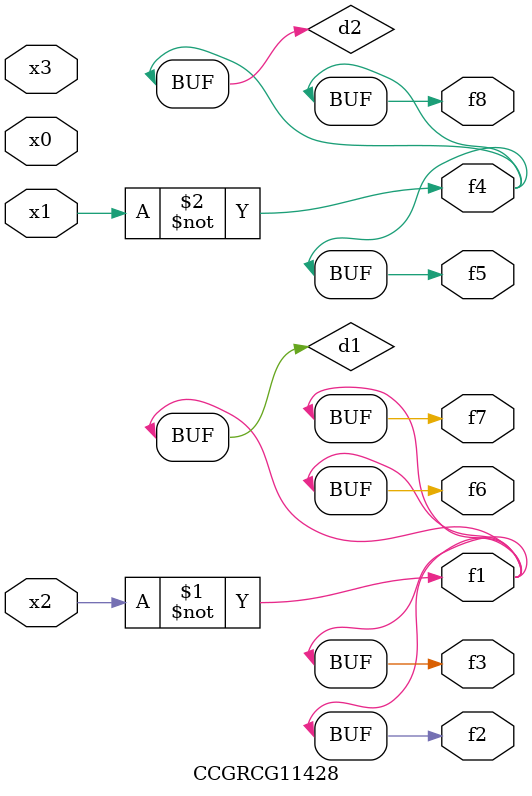
<source format=v>
module CCGRCG11428(
	input x0, x1, x2, x3,
	output f1, f2, f3, f4, f5, f6, f7, f8
);

	wire d1, d2;

	xnor (d1, x2);
	not (d2, x1);
	assign f1 = d1;
	assign f2 = d1;
	assign f3 = d1;
	assign f4 = d2;
	assign f5 = d2;
	assign f6 = d1;
	assign f7 = d1;
	assign f8 = d2;
endmodule

</source>
